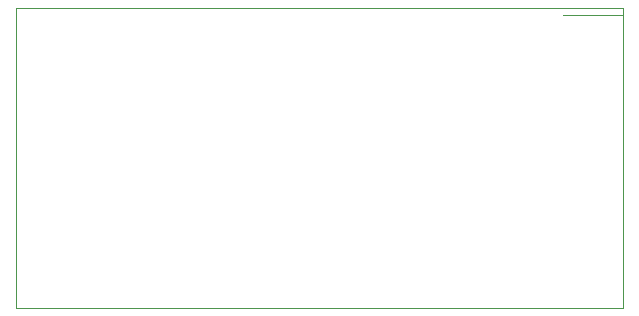
<source format=gbr>
%TF.GenerationSoftware,KiCad,Pcbnew,(5.1.9)-1*%
%TF.CreationDate,2021-01-19T17:00:51-05:00*%
%TF.ProjectId,Blinkbutton1616,426c696e-6b62-4757-9474-6f6e31363136,rev?*%
%TF.SameCoordinates,Original*%
%TF.FileFunction,Profile,NP*%
%FSLAX46Y46*%
G04 Gerber Fmt 4.6, Leading zero omitted, Abs format (unit mm)*
G04 Created by KiCad (PCBNEW (5.1.9)-1) date 2021-01-19 17:00:51*
%MOMM*%
%LPD*%
G01*
G04 APERTURE LIST*
%TA.AperFunction,Profile*%
%ADD10C,0.050000*%
%TD*%
%TA.AperFunction,Profile*%
%ADD11C,0.100000*%
%TD*%
G04 APERTURE END LIST*
D10*
X111760000Y-109220000D02*
X111760000Y-109855000D01*
X163195000Y-109855000D02*
X163195000Y-109220000D01*
X163195000Y-134620000D02*
X163195000Y-133350000D01*
D11*
X111760000Y-109220000D02*
X163195000Y-109220000D01*
X111760000Y-134620000D02*
X111760000Y-109855000D01*
X163195000Y-134620000D02*
X111760000Y-134620000D01*
D10*
X158115000Y-109855000D02*
X163195000Y-109855000D01*
D11*
X163195000Y-109855000D02*
X163195000Y-133350000D01*
X111760000Y-133350000D02*
X111760000Y-109855000D01*
M02*

</source>
